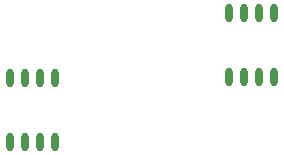
<source format=gbp>
G04 Layer_Color=128*
%FSLAX44Y44*%
%MOMM*%
G71*
G01*
G75*
%ADD24O,0.6000X1.6000*%
D24*
X25950Y97000D02*
D03*
X38650D02*
D03*
X51350D02*
D03*
X64050D02*
D03*
X25950Y43000D02*
D03*
X38650D02*
D03*
X51350D02*
D03*
X64050D02*
D03*
X210950Y152000D02*
D03*
X223650D02*
D03*
X236350D02*
D03*
X249050D02*
D03*
X210950Y98000D02*
D03*
X223650D02*
D03*
X236350D02*
D03*
X249050D02*
D03*
M02*

</source>
